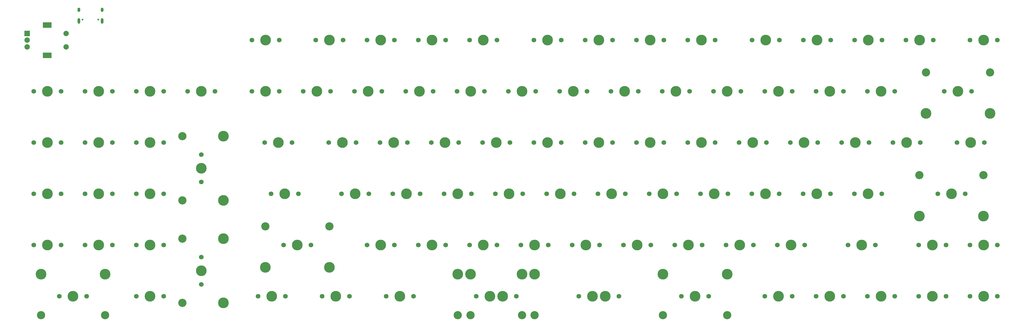
<source format=gbr>
%TF.GenerationSoftware,KiCad,Pcbnew,8.0.0*%
%TF.CreationDate,2024-12-21T07:53:57-08:00*%
%TF.ProjectId,Hampter3.1,48616d70-7465-4723-932e-312e6b696361,rev?*%
%TF.SameCoordinates,Original*%
%TF.FileFunction,Soldermask,Top*%
%TF.FilePolarity,Negative*%
%FSLAX46Y46*%
G04 Gerber Fmt 4.6, Leading zero omitted, Abs format (unit mm)*
G04 Created by KiCad (PCBNEW 8.0.0) date 2024-12-21 07:53:57*
%MOMM*%
%LPD*%
G01*
G04 APERTURE LIST*
%ADD10C,1.750000*%
%ADD11C,3.987800*%
%ADD12C,3.048000*%
%ADD13R,2.000000X2.000000*%
%ADD14C,2.000000*%
%ADD15R,3.200000X2.000000*%
%ADD16C,0.650000*%
%ADD17O,1.000000X1.600000*%
%ADD18O,1.000000X2.100000*%
G04 APERTURE END LIST*
D10*
%TO.C,SW0_30*%
X129418603Y-260754607D03*
D11*
X134498603Y-260754607D03*
D10*
X139578603Y-260754607D03*
%TD*%
%TO.C,SW3_3*%
X281813000Y-241681000D03*
D11*
X286893000Y-241681000D03*
D10*
X291973000Y-241681000D03*
%TD*%
%TO.C,SW2_8*%
X367579538Y-222631000D03*
D11*
X372659538Y-222631000D03*
D10*
X377739538Y-222631000D03*
%TD*%
%TO.C,SW1_12*%
X439039000Y-203581000D03*
D11*
X444119000Y-203581000D03*
D10*
X449199000Y-203581000D03*
%TD*%
D11*
%TO.C,S5*%
X190383527Y-263145372D03*
D12*
X175143527Y-263145371D03*
X175143527Y-239332871D03*
D11*
X190383527Y-239332870D03*
%TD*%
D10*
%TO.C,SW-1_-7*%
X157993603Y-184554607D03*
D11*
X163073603Y-184554607D03*
D10*
X168153603Y-184554607D03*
%TD*%
%TO.C,SW1_9*%
X381889000Y-203581000D03*
D11*
X386969000Y-203581000D03*
D10*
X392049000Y-203581000D03*
%TD*%
%TO.C,SW-1_-6*%
X138943603Y-184554607D03*
D11*
X144023603Y-184554607D03*
D10*
X149103603Y-184554607D03*
%TD*%
%TO.C,SW-1_3*%
X262763000Y-165481000D03*
D11*
X267843000Y-165481000D03*
D10*
X272923000Y-165481000D03*
%TD*%
%TO.C,SW-1_-5*%
X119893603Y-184554607D03*
D11*
X124973603Y-184554607D03*
D10*
X130053603Y-184554607D03*
%TD*%
%TO.C,SW4_10*%
X467614000Y-260731000D03*
D11*
X472694000Y-260731000D03*
D10*
X477774000Y-260731000D03*
%TD*%
%TO.C,SW0_10*%
X391414000Y-184531000D03*
D11*
X396494000Y-184531000D03*
D10*
X401574000Y-184531000D03*
%TD*%
%TO.C,SW4_6*%
X391414000Y-260731000D03*
D11*
X396494000Y-260731000D03*
D10*
X401574000Y-260731000D03*
%TD*%
%TO.C,SW4_5*%
X360426000Y-260731000D03*
D11*
X365506000Y-260731000D03*
D10*
X370586000Y-260731000D03*
%TD*%
%TO.C,SW-1_4*%
X281813000Y-165481000D03*
D11*
X286893000Y-165481000D03*
D10*
X291973000Y-165481000D03*
%TD*%
%TO.C,SW3_6*%
X338963000Y-241681000D03*
D11*
X344043000Y-241681000D03*
D10*
X349123000Y-241681000D03*
%TD*%
%TO.C,SW0_-7*%
X157993603Y-203604607D03*
D11*
X163073603Y-203604607D03*
D10*
X168153603Y-203604607D03*
%TD*%
%TO.C,SW1_4*%
X286639000Y-203581000D03*
D11*
X291719000Y-203581000D03*
D10*
X296799000Y-203581000D03*
%TD*%
D11*
%TO.C,S9*%
X301244000Y-252476000D03*
D12*
X301243999Y-267716000D03*
X277431499Y-267716000D03*
D11*
X277431498Y-252476000D03*
%TD*%
D10*
%TO.C,SW3_4*%
X300863000Y-241681000D03*
D11*
X305943000Y-241681000D03*
D10*
X311023000Y-241681000D03*
%TD*%
%TO.C,SW-1_2*%
X243713000Y-165481000D03*
D11*
X248793000Y-165481000D03*
D10*
X253873000Y-165481000D03*
%TD*%
%TO.C,SW0_12*%
X429514000Y-184531000D03*
D11*
X434594000Y-184531000D03*
D10*
X439674000Y-184531000D03*
%TD*%
%TO.C,SW1_7*%
X343789000Y-203581000D03*
D11*
X348869000Y-203581000D03*
D10*
X353949000Y-203581000D03*
%TD*%
%TO.C,SW0_11*%
X410464000Y-184531000D03*
D11*
X415544000Y-184531000D03*
D10*
X420624000Y-184531000D03*
%TD*%
%TO.C,SW-1_13*%
X467614000Y-165481000D03*
D11*
X472694000Y-165481000D03*
D10*
X477774000Y-165481000D03*
%TD*%
D11*
%TO.C,S8*%
X146410623Y-252500090D03*
D12*
X146410622Y-267740090D03*
X122598122Y-267740090D03*
D11*
X122598121Y-252500090D03*
%TD*%
D10*
%TO.C,SW1_1*%
X229489000Y-203581000D03*
D11*
X234569000Y-203581000D03*
D10*
X239649000Y-203581000D03*
%TD*%
%TO.C,SW3_11*%
X448564000Y-241681000D03*
D11*
X453644000Y-241681000D03*
D10*
X458724000Y-241681000D03*
%TD*%
%TO.C,SW0_-5*%
X119893603Y-203604607D03*
D11*
X124973603Y-203604607D03*
D10*
X130053603Y-203604607D03*
%TD*%
%TO.C,SW1_8*%
X362839000Y-203581000D03*
D11*
X367919000Y-203581000D03*
D10*
X372999000Y-203581000D03*
%TD*%
%TO.C,SW-1_1*%
X224663000Y-165481000D03*
D11*
X229743000Y-165481000D03*
D10*
X234823000Y-165481000D03*
%TD*%
%TO.C,SW-1_6*%
X324739000Y-165481000D03*
D11*
X329819000Y-165481000D03*
D10*
X334899000Y-165481000D03*
%TD*%
D12*
%TO.C,S3*%
X448859538Y-215646000D03*
D11*
X448859538Y-230886000D03*
D12*
X472672038Y-215646000D03*
D11*
X472672038Y-230886000D03*
%TD*%
D10*
%TO.C,SW0_2*%
X239014000Y-184531000D03*
D11*
X244094000Y-184531000D03*
D10*
X249174000Y-184531000D03*
%TD*%
D13*
%TO.C,SW2*%
X117453000Y-163021000D03*
D14*
X117453000Y-168021000D03*
X117453000Y-165521000D03*
D15*
X124953000Y-159921000D03*
X124953000Y-171121000D03*
D14*
X131953000Y-168021000D03*
X131953000Y-163021000D03*
%TD*%
D10*
%TO.C,SW0_-8*%
X182123603Y-218209606D03*
D11*
X182123603Y-213129607D03*
D10*
X182123603Y-208049608D03*
%TD*%
%TO.C,SW-1_5*%
X305689000Y-165481000D03*
D11*
X310769000Y-165481000D03*
D10*
X315849000Y-165481000D03*
%TD*%
%TO.C,SW3_5*%
X319913000Y-241681000D03*
D11*
X324993000Y-241681000D03*
D10*
X330073000Y-241681000D03*
%TD*%
D11*
%TO.C,S6*%
X190373000Y-225044000D03*
D12*
X175133000Y-225043999D03*
X175133000Y-201231499D03*
D11*
X190373000Y-201231498D03*
%TD*%
D10*
%TO.C,SW4_9*%
X448564000Y-260731000D03*
D11*
X453644000Y-260731000D03*
D10*
X458724000Y-260731000D03*
%TD*%
%TO.C,SW1_5*%
X305689000Y-203581000D03*
D11*
X310769000Y-203581000D03*
D10*
X315849000Y-203581000D03*
%TD*%
%TO.C,SW4_3*%
X284226000Y-260731000D03*
D11*
X289306000Y-260731000D03*
D10*
X294386000Y-260731000D03*
%TD*%
%TO.C,SW0_21*%
X119893603Y-241704607D03*
D11*
X124973603Y-241704607D03*
D10*
X130053603Y-241704607D03*
%TD*%
%TO.C,SW2_0*%
X208026000Y-222631000D03*
D11*
X213106000Y-222631000D03*
D10*
X218186000Y-222631000D03*
%TD*%
%TO.C,SW-1_12*%
X443865000Y-165481000D03*
D11*
X448945000Y-165481000D03*
D10*
X454025000Y-165481000D03*
%TD*%
%TO.C,SW4_4*%
X327102743Y-260734957D03*
D11*
X332182743Y-260734957D03*
D10*
X337262743Y-260734957D03*
%TD*%
%TO.C,SW3_7*%
X358013000Y-241681000D03*
D11*
X363093000Y-241681000D03*
D10*
X368173000Y-241681000D03*
%TD*%
%TO.C,SW4_1*%
X227032699Y-260723545D03*
D11*
X232112699Y-260723545D03*
D10*
X237192699Y-260723545D03*
%TD*%
%TO.C,SW1_6*%
X324739000Y-203581000D03*
D11*
X329819000Y-203581000D03*
D10*
X334899000Y-203581000D03*
%TD*%
%TO.C,SW2_1*%
X234229538Y-222631000D03*
D11*
X239309538Y-222631000D03*
D10*
X244389538Y-222631000D03*
%TD*%
%TO.C,SW4_0*%
X203218924Y-260726604D03*
D11*
X208298924Y-260726604D03*
D10*
X213378924Y-260726604D03*
%TD*%
%TO.C,SW3_1*%
X243713000Y-241681000D03*
D11*
X248793000Y-241681000D03*
D10*
X253873000Y-241681000D03*
%TD*%
D12*
%TO.C,S7*%
X451276544Y-177545075D03*
D11*
X451276544Y-192785075D03*
D12*
X475089044Y-177545075D03*
D11*
X475089044Y-192785075D03*
%TD*%
D10*
%TO.C,SW1_0*%
X205664915Y-203583900D03*
D11*
X210744915Y-203583900D03*
D10*
X215824915Y-203583900D03*
%TD*%
D11*
%TO.C,S1*%
X377444000Y-252476000D03*
D12*
X377443999Y-267716000D03*
X353631499Y-267716000D03*
D11*
X353631498Y-252476000D03*
%TD*%
D10*
%TO.C,SW-1_-8*%
X177043603Y-184554607D03*
D11*
X182123603Y-184554607D03*
D10*
X187203603Y-184554607D03*
%TD*%
D11*
%TO.C,S4*%
X205930498Y-249936000D03*
D12*
X205930499Y-234696000D03*
X229742999Y-234696000D03*
D11*
X229743000Y-249936000D03*
%TD*%
D10*
%TO.C,SW0_31*%
X157993603Y-260754607D03*
D11*
X163073603Y-260754607D03*
D10*
X168153603Y-260754607D03*
%TD*%
%TO.C,SW1_10*%
X400939000Y-203581000D03*
D11*
X406019000Y-203581000D03*
D10*
X411099000Y-203581000D03*
%TD*%
%TO.C,SW0_4*%
X277114000Y-184531000D03*
D11*
X282194000Y-184531000D03*
D10*
X287274000Y-184531000D03*
%TD*%
%TO.C,SW2_6*%
X329479538Y-222631000D03*
D11*
X334559538Y-222631000D03*
D10*
X339639538Y-222631000D03*
%TD*%
%TO.C,SW-1_10*%
X405765000Y-165481000D03*
D11*
X410845000Y-165481000D03*
D10*
X415925000Y-165481000D03*
%TD*%
%TO.C,SW-1_0*%
X200914000Y-165481000D03*
D11*
X205994000Y-165481000D03*
D10*
X211074000Y-165481000D03*
%TD*%
%TO.C,SW3_10*%
X422315948Y-241676846D03*
D11*
X427395948Y-241676846D03*
D10*
X432475948Y-241676846D03*
%TD*%
%TO.C,SW0_9*%
X372364000Y-184531000D03*
D11*
X377444000Y-184531000D03*
D10*
X382524000Y-184531000D03*
%TD*%
%TO.C,SW0_8*%
X353314000Y-184531000D03*
D11*
X358394000Y-184531000D03*
D10*
X363474000Y-184531000D03*
%TD*%
%TO.C,SW4_2*%
X250843924Y-260726604D03*
D11*
X255923924Y-260726604D03*
D10*
X261003924Y-260726604D03*
%TD*%
%TO.C,SW2_2*%
X253279538Y-222631000D03*
D11*
X258359538Y-222631000D03*
D10*
X263439538Y-222631000D03*
%TD*%
%TO.C,SW0_16*%
X138943603Y-222654607D03*
D11*
X144023603Y-222654607D03*
D10*
X149103603Y-222654607D03*
%TD*%
%TO.C,SW0_3*%
X258064000Y-184531000D03*
D11*
X263144000Y-184531000D03*
D10*
X268224000Y-184531000D03*
%TD*%
%TO.C,SW1_3*%
X267589000Y-203581000D03*
D11*
X272669000Y-203581000D03*
D10*
X277749000Y-203581000D03*
%TD*%
%TO.C,SW0_5*%
X296164000Y-184531000D03*
D11*
X301244000Y-184531000D03*
D10*
X306324000Y-184531000D03*
%TD*%
%TO.C,SW3_8*%
X377063000Y-241681000D03*
D11*
X382143000Y-241681000D03*
D10*
X387223000Y-241681000D03*
%TD*%
%TO.C,SW4_8*%
X429514000Y-260731000D03*
D11*
X434594000Y-260731000D03*
D10*
X439674000Y-260731000D03*
%TD*%
%TO.C,SW-1_11*%
X424815000Y-165481000D03*
D11*
X429895000Y-165481000D03*
D10*
X434975000Y-165481000D03*
%TD*%
%TO.C,SW0_7*%
X334264000Y-184531000D03*
D11*
X339344000Y-184531000D03*
D10*
X344424000Y-184531000D03*
%TD*%
%TO.C,SW2_5*%
X310429538Y-222631000D03*
D11*
X315509538Y-222631000D03*
D10*
X320589538Y-222631000D03*
%TD*%
%TO.C,SW0_13*%
X458089000Y-184531000D03*
D11*
X463169000Y-184531000D03*
D10*
X468249000Y-184531000D03*
%TD*%
%TO.C,SW0_29*%
X182143277Y-256332451D03*
D11*
X182143277Y-251252452D03*
D10*
X182143277Y-246172453D03*
%TD*%
%TO.C,SW0_6*%
X315214000Y-184531000D03*
D11*
X320294000Y-184531000D03*
D10*
X325374000Y-184531000D03*
%TD*%
%TO.C,SW3_12*%
X467614000Y-241681000D03*
D11*
X472694000Y-241681000D03*
D10*
X477774000Y-241681000D03*
%TD*%
%TO.C,SW3_0*%
X212725000Y-241681000D03*
D11*
X217805000Y-241681000D03*
D10*
X222885000Y-241681000D03*
%TD*%
%TO.C,SW-1_8*%
X362839000Y-165481000D03*
D11*
X367919000Y-165481000D03*
D10*
X372999000Y-165481000D03*
%TD*%
%TO.C,SW0_26*%
X138943603Y-241704607D03*
D11*
X144023603Y-241704607D03*
D10*
X149103603Y-241704607D03*
%TD*%
%TO.C,SW0_1*%
X219964000Y-184531000D03*
D11*
X225044000Y-184531000D03*
D10*
X230124000Y-184531000D03*
%TD*%
%TO.C,SW0_0*%
X200914000Y-184531000D03*
D11*
X205994000Y-184531000D03*
D10*
X211074000Y-184531000D03*
%TD*%
%TO.C,SW4_12*%
X322358324Y-260729822D03*
D11*
X327438324Y-260729822D03*
D10*
X332518324Y-260729822D03*
%TD*%
%TO.C,SW-1_7*%
X343789000Y-165481000D03*
D11*
X348869000Y-165481000D03*
D10*
X353949000Y-165481000D03*
%TD*%
%TO.C,SW0_28*%
X157993603Y-241704607D03*
D11*
X163073603Y-241704607D03*
D10*
X168153603Y-241704607D03*
%TD*%
%TO.C,SW2_3*%
X272329538Y-222631000D03*
D11*
X277409538Y-222631000D03*
D10*
X282489538Y-222631000D03*
%TD*%
%TO.C,SW1_13*%
X462849717Y-203579119D03*
D11*
X467929717Y-203579119D03*
D10*
X473009717Y-203579119D03*
%TD*%
%TO.C,SW0_17*%
X157993603Y-222654607D03*
D11*
X163073603Y-222654607D03*
D10*
X168153603Y-222654607D03*
%TD*%
%TO.C,SW2_11*%
X424729538Y-222631000D03*
D11*
X429809538Y-222631000D03*
D10*
X434889538Y-222631000D03*
%TD*%
%TO.C,SW1_2*%
X248539000Y-203581000D03*
D11*
X253619000Y-203581000D03*
D10*
X258699000Y-203581000D03*
%TD*%
%TO.C,SW0_15*%
X119893603Y-222654607D03*
D11*
X124973603Y-222654607D03*
D10*
X130053603Y-222654607D03*
%TD*%
%TO.C,SW2_4*%
X291379538Y-222631000D03*
D11*
X296459538Y-222631000D03*
D10*
X301539538Y-222631000D03*
%TD*%
%TO.C,SW4_7*%
X410464000Y-260731000D03*
D11*
X415544000Y-260731000D03*
D10*
X420624000Y-260731000D03*
%TD*%
D11*
%TO.C,S10*%
X305982588Y-252479956D03*
D12*
X305982587Y-267719956D03*
X282170087Y-267719956D03*
D11*
X282170086Y-252479956D03*
%TD*%
D10*
%TO.C,SW-1_9*%
X386715000Y-165481000D03*
D11*
X391795000Y-165481000D03*
D10*
X396875000Y-165481000D03*
%TD*%
%TO.C,SW3_9*%
X396113000Y-241681000D03*
D11*
X401193000Y-241681000D03*
D10*
X406273000Y-241681000D03*
%TD*%
%TO.C,SW3_2*%
X262763000Y-241681000D03*
D11*
X267843000Y-241681000D03*
D10*
X272923000Y-241681000D03*
%TD*%
%TO.C,SW2_10*%
X405679538Y-222631000D03*
D11*
X410759538Y-222631000D03*
D10*
X415839538Y-222631000D03*
%TD*%
%TO.C,SW2_7*%
X348529538Y-222631000D03*
D11*
X353609538Y-222631000D03*
D10*
X358689538Y-222631000D03*
%TD*%
%TO.C,SW2_9*%
X386629538Y-222631000D03*
D11*
X391709538Y-222631000D03*
D10*
X396789538Y-222631000D03*
%TD*%
%TO.C,SW4_11*%
X289002743Y-260734957D03*
D11*
X294082743Y-260734957D03*
D10*
X299162743Y-260734957D03*
%TD*%
%TO.C,SW1_11*%
X419989000Y-203581000D03*
D11*
X425069000Y-203581000D03*
D10*
X430149000Y-203581000D03*
%TD*%
%TO.C,SW0_-6*%
X138943603Y-203604607D03*
D11*
X144023603Y-203604607D03*
D10*
X149103603Y-203604607D03*
%TD*%
%TO.C,SW2_12*%
X455717538Y-222631000D03*
D11*
X460797538Y-222631000D03*
D10*
X465877538Y-222631000D03*
%TD*%
D16*
%TO.C,J1*%
X138080000Y-157869000D03*
X143860000Y-157869000D03*
D17*
X136650000Y-154219000D03*
D18*
X136650000Y-158399000D03*
D17*
X145290000Y-154219000D03*
D18*
X145290000Y-158399000D03*
%TD*%
M02*

</source>
